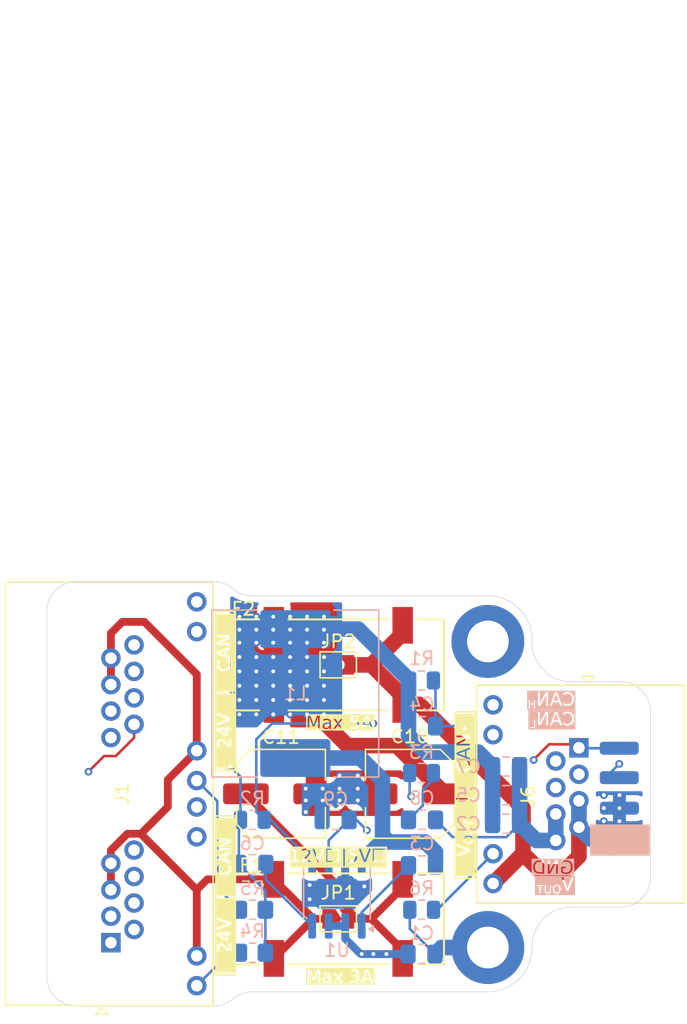
<source format=kicad_pcb>
(kicad_pcb (version 20240108) (generator "pcbnew") (generator_version "8.0")
  (layers (0 "F.Cu" signal) (1 "In1.Cu" signal) (2 "In2.Cu" signal) (31 "B.Cu" signal) (34 "B.Paste" user) (35 "F.Paste" user) (36 "B.SilkS" user "B.Silkscreen") (37 "F.SilkS" user "F.Silkscreen") (38 "B.Mask" user) (39 "F.Mask" user) (44 "Edge.Cuts" user))
  (net 0 "")
  (net 1 "GND")
  (net 2 "Net-(JP1-B)")
  (net 3 "Net-(JP2-A)")
  (net 4 "Net-(U1-FB)")
  (net 5 "Net-(U1-SW)")
  (net 6 "Net-(U1-BST)")
  (net 7 "Net-(U1-SS)")
  (net 8 "Net-(C8-Pad2)")
  (net 9 "Net-(U1-COMB)")
  (net 10 "+24V")
  (net 11 "+V_{out}")
  (net 14 "Net-(J1-G_L--Pad2_9)")
  (net 15 "/CANH")
  (net 16 "Net-(J1-G_L--Pad1_9)")
  (net 17 "/CANL")
  (net 26 "Net-(J6-Y_L-)")
  (footprint "MountingHole:MountingHole_3.2mm_M3_DIN965_Pad_TopBottom" (layer "F.Cu") (at 59.5 25.6)
    (property "Reference" "H2" (hide yes))
    (property "Value" "MountingHole_Pad")
    (pad "1" thru_hole circle (at 0 0) (size 3.6 3.6) (drill 3.2) (layers "*.Cu" "*.Mask") (net 1 "GND"))
    (pad "1" connect circle (at 0 0) (size 5.6 5.6) (layers "F.Cu" "F.Mask") (net 1 "GND"))
    (pad "1" connect circle (at 0 0) (size 5.6 5.6) (layers "B.Cu" "B.Mask") (net 1 "GND"))
  )
  (footprint "Capacitor_SMD:CP_Elec_6.3x7.7" (layer "F.Cu") (at 43.6 37.3)
    (property "Reference" "C11" (at 0 -4.35 0) (layer "F.SilkS"))
    (property "Value" "100uF (Opt)")
    (pad "1" smd roundrect (at -2.7 0) (size 3.5 1.6) (layers "F.Cu" "F.Paste" "F.Mask") (roundrect_rratio 0.15625) (net 2 "Net-(JP1-B)"))
    (pad "2" smd roundrect (at 2.7 0) (size 3.5 1.6) (layers "F.Cu" "F.Paste" "F.Mask") (roundrect_rratio 0.15625) (net 1 "GND"))
  )
  (footprint "Jumper:SolderJumper-2_P1.3mm_Open_TrianglePad1.0x1.5mm" (layer "F.Cu") (at 48 46.9)
    (property "Reference" "JP1" (at 0 -2 0) (layer "F.SilkS"))
    (property "Value" "SolderJumper_2_Open")
    (pad "1" smd custom (at -0.725 0) (size 0.3 0.3) (layers "F.Cu" "F.Mask") (net 10 "+24V") (options (clearance outline) (anchor rect)) (primitives (gr_poly (pts (xy 1 0) (xy 0.5 0.75) (xy -0.5 0.75) (xy -0.5 -0.75) (xy 0.5 -0.75)) (width 0) (fill yes))))
    (pad "2" smd custom (at 0.725 0) (size 0.3 0.3) (layers "F.Cu" "F.Mask") (net 2 "Net-(JP1-B)") (options (clearance outline) (anchor rect)) (primitives (gr_poly (pts (xy 0.5 0.75) (xy -0.65 0.75) (xy -0.15 0) (xy -0.65 -0.75) (xy 0.5 -0.75)) (width 0) (fill yes))))
  )
  (footprint "Jumper:SolderJumper-2_P1.3mm_Open_TrianglePad1.0x1.5mm" (layer "F.Cu") (at 48 27.4)
    (property "Reference" "JP2" (at 0 -1.8 0) (layer "F.SilkS"))
    (property "Value" "SolderJumper_2_Open")
    (pad "1" smd custom (at -0.725 0) (size 0.3 0.3) (layers "F.Cu" "F.Mask") (net 3 "Net-(JP2-A)") (options (clearance outline) (anchor rect)) (primitives (gr_poly (pts (xy 1 0) (xy 0.5 0.75) (xy -0.5 0.75) (xy -0.5 -0.75) (xy 0.5 -0.75)) (width 0) (fill yes))))
    (pad "2" smd custom (at 0.725 0) (size 0.3 0.3) (layers "F.Cu" "F.Mask") (net 11 "+V_{out}") (options (clearance outline) (anchor rect)) (primitives (gr_poly (pts (xy 0.5 0.75) (xy -0.65 0.75) (xy -0.15 0) (xy -0.65 -0.75) (xy 0.5 -0.75)) (width 0) (fill yes))))
  )
  (footprint "RoverFootprint:ETH-RJHSE5081" (layer "F.Cu") (at 66.5 33.7675 -90)
    (property "Reference" "J6" (at 3.7325 3.9 90) (layer "F.SilkS"))
    (property "Value" "ETH-RJHSE5081" (hide yes))
    (pad "" np_thru_hole circle (at -2.79 -2.54 270) (size 3.25 3.25) (drill 3.25) (layers "*.Cu" "*.Mask"))
    (pad "" np_thru_hole circle (at 9.91 -2.54 270) (size 3.25 3.25) (drill 3.25) (layers "*.Cu" "*.Mask"))
    (pad "1" thru_hole rect (at 0 0 270) (size 1.5 1.5) (drill 0.89) (layers "*.Cu" "*.Mask") (net 15 "/CANH"))
    (pad "2" thru_hole circle (at 1.016 1.78 270) (size 1.5 1.5) (drill 0.89) (layers "*.Cu" "*.Mask") (net 17 "/CANL"))
    (pad "3" thru_hole circle (at 2.032 0 270) (size 1.5 1.5) (drill 0.89) (layers "*.Cu" "*.Mask"))
    (pad "4" thru_hole circle (at 3.048 1.78 270) (size 1.5 1.5) (drill 0.89) (layers "*.Cu" "*.Mask"))
    (pad "5" thru_hole circle (at 4.064 0 270) (size 1.5 1.5) (drill 0.89) (layers "*.Cu" "*.Mask") (net 11 "+V_{out}"))
    (pad "6" thru_hole circle (at 5.08 1.78 270) (size 1.5 1.5) (drill 0.89) (layers "*.Cu" "*.Mask") (net 1 "GND"))
    (pad "7" thru_hole circle (at 6.096 0 270) (size 1.5 1.5) (drill 0.89) (layers "*.Cu" "*.Mask") (net 11 "+V_{out}"))
    (pad "8" thru_hole circle (at 7.112 1.78 270) (size 1.5 1.5) (drill 0.89) (layers "*.Cu" "*.Mask") (net 1 "GND"))
    (pad "9" thru_hole circle (at -3.3 6.6 270) (size 1.5 1.5) (drill 0.89) (layers "*.Cu" "*.Mask"))
    (pad "10" thru_hole circle (at -1.01 6.6 270) (size 1.5 1.5) (drill 0.89) (layers "*.Cu" "*.Mask"))
    (pad "11" thru_hole circle (at 8.13 6.6 270) (size 1.5 1.5) (drill 0.89) (layers "*.Cu" "*.Mask") (net 26 "Net-(J6-Y_L-)"))
    (pad "12" thru_hole circle (at 10.42 6.6 270) (size 1.5 1.5) (drill 0.89) (layers "*.Cu" "*.Mask") (net 11 "+V_{out}"))
  )
  (footprint "MountingHole:MountingHole_3.2mm_M3_DIN965_Pad_TopBottom" (layer "F.Cu") (at 59.5 49.1)
    (property "Reference" "H1" (hide yes))
    (property "Value" "MountingHole_Pad")
    (pad "1" thru_hole circle (at 0 0) (size 3.6 3.6) (drill 3.2) (layers "*.Cu" "*.Mask") (net 1 "GND"))
    (pad "1" connect circle (at 0 0) (size 5.6 5.6) (layers "F.Cu" "F.Mask") (net 1 "GND"))
    (pad "1" connect circle (at 0 0) (size 5.6 5.6) (layers "B.Cu" "B.Mask") (net 1 "GND"))
  )
  (footprint "RoverFootprint:FuseHolder-3588-20" (layer "F.Cu") (at 48 46.9)
    (property "Reference" "F1" (at -6.7 -4.1 0) (layer "F.SilkS"))
    (property "Value" "3A" (hide yes))
    (pad "1" smd rect (at -4.953 -3.0353) (size 1.5748 2.8194) (layers "F.Cu" "F.Paste" "F.Mask") (net 10 "+24V"))
    (pad "1" smd rect (at -4.953 3.0353) (size 1.5748 2.8194) (layers "F.Cu" "F.Paste" "F.Mask") (net 10 "+24V"))
    (pad "2" smd rect (at 4.953 -3.0353) (size 1.5748 2.8194) (layers "F.Cu" "F.Paste" "F.Mask") (net 2 "Net-(JP1-B)"))
    (pad "2" smd rect (at 4.953 3.0353) (size 1.5748 2.8194) (layers "F.Cu" "F.Paste" "F.Mask") (net 2 "Net-(JP1-B)"))
  )
  (footprint "RoverFootprint:ETH-RJHSE508102" (layer "F.Cu") (at 22.525 37.3 90)
    (property "Reference" "J1" (at 0 8.875 -90) (layer "F.SilkS"))
    (property "Value" "ETH-RJHSE508102")
    (pad "" np_thru_hole circle (at -14.22 5.46 90) (size 3.25 3.25) (drill 3.25) (layers "*.Cu" "*.Mask"))
    (pad "" np_thru_hole circle (at 14.23 5.46 90) (size 3.25 3.25) (drill 3.25) (layers "*.Cu" "*.Mask"))
    (pad "1_1" thru_hole rect (at -11.43 8 90) (size 1.5 1.5) (drill 0.89) (layers "*.Cu" "*.Mask") (net 15 "/CANH"))
    (pad "1_2" thru_hole circle (at -10.414 9.78 90) (size 1.5 1.5) (drill 0.89) (layers "*.Cu" "*.Mask") (net 17 "/CANL"))
    (pad "1_3" thru_hole circle (at -9.398 8 90) (size 1.5 1.5) (drill 0.89) (layers "*.Cu" "*.Mask"))
    (pad "1_4" thru_hole circle (at -8.382 9.78 90) (size 1.5 1.5) (drill 0.89) (layers "*.Cu" "*.Mask"))
    (pad "1_5" thru_hole circle (at -7.366 8 90) (size 1.5 1.5) (drill 0.89) (layers "*.Cu" "*.Mask") (net 10 "+24V"))
    (pad "1_6" thru_hole circle (at -6.35 9.78 90) (size 1.5 1.5) (drill 0.89) (layers "*.Cu" "*.Mask") (net 1 "GND"))
    (pad "1_7" thru_hole circle (at -5.334 8 90) (size 1.5 1.5) (drill 0.89) (layers "*.Cu" "*.Mask") (net 10 "+24V"))
    (pad "1_8" thru_hole circle (at -4.318 9.78 90) (size 1.5 1.5) (drill 0.89) (layers "*.Cu" "*.Mask") (net 1 "GND"))
    (pad "1_9" thru_hole circle (at -14.73 14.6 90) (size 1.5 1.5) (drill 0.89) (layers "*.Cu" "*.Mask") (net 16 "Net-(J1-G_L--Pad1_9)"))
    (pad "1_10" thru_hole circle (at -12.44 14.6 90) (size 1.5 1.5) (drill 0.89) (layers "*.Cu" "*.Mask") (net 10 "+24V"))
    (pad "1_11" thru_hole circle (at -3.3 14.6 90) (size 1.5 1.5) (drill 0.89) (layers "*.Cu" "*.Mask"))
    (pad "1_12" thru_hole circle (at -1.01 14.6 90) (size 1.5 1.5) (drill 0.89) (layers "*.Cu" "*.Mask"))
    (pad "2_1" thru_hole circle (at 4.32 8 90) (size 1.5 1.5) (drill 0.89) (layers "*.Cu" "*.Mask") (net 15 "/CANH"))
    (pad "2_2" thru_hole circle (at 5.336 9.78 90) (size 1.5 1.5) (drill 0.89) (layers "*.Cu" "*.Mask") (net 17 "/CANL"))
    (pad "2_3" thru_hole circle (at 6.352 8 90) (size 1.5 1.5) (drill 0.89) (layers "*.Cu" "*.Mask"))
    (pad "2_4" thru_hole circle (at 7.368 9.78 90) (size 1.5 1.5) (drill 0.89) (layers "*.Cu" "*.Mask"))
    (pad "2_5" thru_hole circle (at 8.384 8 90) (size 1.5 1.5) (drill 0.89) (layers "*.Cu" "*.Mask") (net 10 "+24V"))
    (pad "2_6" thru_hole circle (at 9.4 9.78 90) (size 1.5 1.5) (drill 0.89) (layers "*.Cu" "*.Mask") (net 1 "GND"))
    (pad "2_7" thru_hole circle (at 10.416 8 90) (size 1.5 1.5) (drill 0.89) (layers "*.Cu" "*.Mask") (net 10 "+24V"))
    (pad "2_8" thru_hole circle (at 11.432 9.78 90) (size 1.5 1.5) (drill 0.89) (layers "*.Cu" "*.Mask") (net 1 "GND"))
    (pad "2_9" thru_hole circle (at 1.02 14.6 90) (size 1.5 1.5) (drill 0.89) (layers "*.Cu" "*.Mask") (net 14 "Net-(J1-G_L--Pad2_9)"))
    (pad "2_10" thru_hole circle (at 3.31 14.6 90) (size 1.5 1.5) (drill 0.89) (layers "*.Cu" "*.Mask") (net 10 "+24V"))
    (pad "2_11" thru_hole circle (at 12.45 14.6 90) (size 1.5 1.5) (drill 0.89) (layers "*.Cu" "*.Mask"))
    (pad "2_12" thru_hole circle (at 14.74 14.6 90) (size 1.5 1.5) (drill 0.89) (layers "*.Cu" "*.Mask"))
  )
  (footprint "Capacitor_SMD:CP_Elec_6.3x7.7" (layer "F.Cu") (at 53.5 37.3 180)
    (property "Reference" "C10" (at 0 4.4 0) (layer "F.SilkS"))
    (property "Value" "100uF")
    (pad "1" smd roundrect (at -2.7 0 180) (size 3.5 1.6) (layers "F.Cu" "F.Paste" "F.Mask") (roundrect_rratio 0.15625) (net 3 "Net-(JP2-A)"))
    (pad "2" smd roundrect (at 2.7 0 180) (size 3.5 1.6) (layers "F.Cu" "F.Paste" "F.Mask") (roundrect_rratio 0.15625) (net 1 "GND"))
  )
  (footprint "RoverFootprint:FuseHolder-3588-20" (layer "F.Cu") (at 48 27.4)
    (property "Reference" "F2" (at -7.3 -4.3 0) (layer "F.SilkS"))
    (property "Value" "5A" (hide yes))
    (pad "1" smd rect (at -4.953 -3.0353) (size 1.5748 2.8194) (layers "F.Cu" "F.Paste" "F.Mask") (net 3 "Net-(JP2-A)"))
    (pad "1" smd rect (at -4.953 3.0353) (size 1.5748 2.8194) (layers "F.Cu" "F.Paste" "F.Mask") (net 3 "Net-(JP2-A)"))
    (pad "2" smd rect (at 4.953 -3.0353) (size 1.5748 2.8194) (layers "F.Cu" "F.Paste" "F.Mask") (net 11 "+V_{out}"))
    (pad "2" smd rect (at 4.953 3.0353) (size 1.5748 2.8194) (layers "F.Cu" "F.Paste" "F.Mask") (net 11 "+V_{out}"))
  )
  (footprint "Resistor_SMD:R_0805_2012Metric_Pad1.20x1.40mm_HandSolder" (layer "B.Cu") (at 41.4 46.2 180)
    (property "Reference" "R5" (at 0 1.65 0) (layer "B.SilkS") (effects (justify mirror)))
    (property "Value" "5.1k")
    (pad "1" smd roundrect (at -1 0 180) (size 1.2 1.4) (layers "B.Cu" "B.Paste" "B.Mask") (roundrect_rratio 0.208333) (net 1 "GND"))
    (pad "2" smd roundrect (at 1 0 180) (size 1.2 1.4) (layers "B.Cu" "B.Paste" "B.Mask") (roundrect_rratio 0.208333) (net 14 "Net-(J1-G_L--Pad2_9)"))
  )
  (footprint "Capacitor_SMD:C_0805_2012Metric_Pad1.18x1.45mm_HandSolder" (layer "B.Cu") (at 60.9 35.2 180)
    (property "Reference" "C7" (at 2.9 0 0) (layer "B.SilkS") (effects (justify mirror)))
    (property "Value" "22uF")
    (pad "1" smd roundrect (at -1.0375 0 180) (size 1.175 1.45) (layers "B.Cu" "B.Paste" "B.Mask") (roundrect_rratio 0.212766) (net 1 "GND"))
    (pad "2" smd roundrect (at 1.0375 0 180) (size 1.175 1.45) (layers "B.Cu" "B.Paste" "B.Mask") (roundrect_rratio 0.212766) (net 3 "Net-(JP2-A)"))
  )
  (footprint "Capacitor_SMD:C_0805_2012Metric_Pad1.18x1.45mm_HandSolder" (layer "B.Cu") (at 47.8 39.3)
    (property "Reference" "C9" (at 0 -1.6 0) (layer "B.SilkS") (effects (justify mirror)))
    (property "Value" "(Opt)")
    (pad "1" smd roundrect (at -1.0375 0) (size 1.175 1.45) (layers "B.Cu" "B.Paste" "B.Mask") (roundrect_rratio 0.212766) (net 1 "GND"))
    (pad "2" smd roundrect (at 1.0375 0) (size 1.175 1.45) (layers "B.Cu" "B.Paste" "B.Mask") (roundrect_rratio 0.212766) (net 9 "Net-(U1-COMB)"))
  )
  (footprint "Capacitor_SMD:C_0805_2012Metric_Pad1.18x1.45mm_HandSolder" (layer "B.Cu") (at 54.4 49.6 180)
    (property "Reference" "C1" (at 0 1.6 0) (layer "B.SilkS") (effects (justify mirror)))
    (property "Value" "10uF")
    (pad "1" smd roundrect (at -1.0375 0 180) (size 1.175 1.45) (layers "B.Cu" "B.Paste" "B.Mask") (roundrect_rratio 0.212766) (net 1 "GND"))
    (pad "2" smd roundrect (at 1.0375 0 180) (size 1.175 1.45) (layers "B.Cu" "B.Paste" "B.Mask") (roundrect_rratio 0.212766) (net 2 "Net-(JP1-B)"))
  )
  (footprint "RoverFootprint:Pad_SMD_1x3mm" (layer "B.Cu") (at 70.1 33.8 90)
    (property "Reference" "J3" (hide yes))
    (property "Value" "Conn_01x01_Pin")
    (pad "1" smd roundrect (at 0 -0.5 90) (size 1 3) (layers "B.Cu" "B.Paste" "B.Mask") (net 15 "/CANH"))
  )
  (footprint "Resistor_SMD:R_0805_2012Metric" (layer "B.Cu") (at 54.4 28.6)
    (property "Reference" "R1" (at 0.0125 -1.7 0) (layer "B.SilkS") (effects (justify mirror)))
    (property "Value" "~")
    (pad "1" smd roundrect (at -0.9125 0) (size 1.025 1.4) (layers "B.Cu" "B.Paste" "B.Mask") (roundrect_rratio 0.243902) (net 3 "Net-(JP2-A)"))
    (pad "2" smd roundrect (at 0.9125 0) (size 1.025 1.4) (layers "B.Cu" "B.Paste" "B.Mask") (roundrect_rratio 0.243902) (net 4 "Net-(U1-FB)"))
  )
  (footprint "Capacitor_SMD:C_0805_2012Metric_Pad1.18x1.45mm_HandSolder" (layer "B.Cu") (at 60.9 37.4 180)
    (property "Reference" "C5" (at 2.9 0 0) (layer "B.SilkS") (effects (justify mirror)))
    (property "Value" "22uF")
    (pad "1" smd roundrect (at -1.0375 0 180) (size 1.175 1.45) (layers "B.Cu" "B.Paste" "B.Mask") (roundrect_rratio 0.212766) (net 1 "GND"))
    (pad "2" smd roundrect (at 1.0375 0 180) (size 1.175 1.45) (layers "B.Cu" "B.Paste" "B.Mask") (roundrect_rratio 0.212766) (net 3 "Net-(JP2-A)"))
  )
  (footprint "RoverFootprint:Pad_SMD_1x3mm" (layer "B.Cu") (at 70.115 38.4 90)
    (property "Reference" "J5" (hide yes))
    (property "Value" "Conn_01x01_Pin")
    (pad "1" smd roundrect (at 0 -0.5 90) (size 1 3) (layers "B.Cu" "B.Paste" "B.Mask") (net 1 "GND"))
  )
  (footprint "Capacitor_SMD:C_0805_2012Metric_Pad1.18x1.45mm_HandSolder" (layer "B.Cu") (at 60.9 39.6 180)
    (property "Reference" "C2" (at 2.9 0 0) (layer "B.SilkS") (effects (justify mirror)))
    (property "Value" "22uF")
    (pad "1" smd roundrect (at -1.0375 0 180) (size 1.175 1.45) (layers "B.Cu" "B.Paste" "B.Mask") (roundrect_rratio 0.212766) (net 1 "GND"))
    (pad "2" smd roundrect (at 1.0375 0 180) (size 1.175 1.45) (layers "B.Cu" "B.Paste" "B.Mask") (roundrect_rratio 0.212766) (net 3 "Net-(JP2-A)"))
  )
  (footprint "Capacitor_SMD:C_0805_2012Metric_Pad1.18x1.45mm_HandSolder" (layer "B.Cu") (at 54.4375 42.8 180)
    (property "Reference" "C3" (at 0 1.68 0) (layer "B.SilkS") (effects (justify mirror)))
    (property "Value" "100nF")
    (pad "1" smd roundrect (at -1.0375 0 180) (size 1.175 1.45) (layers "B.Cu" "B.Paste" "B.Mask") (roundrect_rratio 0.212766) (net 5 "Net-(U1-SW)"))
    (pad "2" smd roundrect (at 1.0375 0 180) (size 1.175 1.45) (layers "B.Cu" "B.Paste" "B.Mask") (roundrect_rratio 0.212766) (net 6 "Net-(U1-BST)"))
  )
  (footprint "Inductor_SMD:L_SXN_SMDRI125" (layer "B.Cu") (at 44.7 29.6 90)
    (property "Reference" "L1" (at 0 0 180) (layer "B.SilkS") (effects (justify mirror)))
    (property "Value" "~")
    (pad "1" smd roundrect (at -4.95 0 90) (size 2.9 5.4) (layers "B.Cu" "B.Paste" "B.Mask") (roundrect_rratio 0.086207) (net 5 "Net-(U1-SW)"))
    (pad "2" smd roundrect (at 4.95 0 90) (size 2.9 5.4) (layers "B.Cu" "B.Paste" "B.Mask") (roundrect_rratio 0.086207) (net 3 "Net-(JP2-A)"))
  )
  (footprint "RoverFootprint:Pad_SMD_1x3mm" (layer "B.Cu") (at 70.1 40.78 90)
    (property "Reference" "J2" (hide yes))
    (property "Value" "Conn_01x01_Pin")
    (pad "1" smd roundrect (at 0 -0.5 90) (size 1 3) (layers "B.Cu" "B.Paste" "B.Mask") (net 11 "+V_{out}"))
  )
  (footprint "Capacitor_SMD:C_0805_2012Metric_Pad1.18x1.45mm_HandSolder" (layer "B.Cu") (at 41.4 42.7)
    (property "Reference" "C6" (at 0 -1.6 0) (layer "B.SilkS") (effects (justify mirror)))
    (property "Value" "10uF")
    (pad "1" smd roundrect (at -1.0375 0) (size 1.175 1.45) (layers "B.Cu" "B.Paste" "B.Mask") (roundrect_rratio 0.212766) (net 1 "GND"))
    (pad "2" smd roundrect (at 1.0375 0) (size 1.175 1.45) (layers "B.Cu" "B.Paste" "B.Mask") (roundrect_rratio 0.212766) (net 7 "Net-(U1-SS)"))
  )
  (footprint "Resistor_SMD:R_0805_2012Metric" (layer "B.Cu") (at 41.4 39.3 180)
    (property "Reference" "R2" (at 0 1.65 0) (layer "B.SilkS") (effects (justify mirror)))
    (property "Value" "22.1k")
    (pad "1" smd roundrect (at -0.9125 0 180) (size 1.025 1.4) (layers "B.Cu" "B.Paste" "B.Mask") (roundrect_rratio 0.243902) (net 4 "Net-(U1-FB)"))
    (pad "2" smd roundrect (at 0.9125 0 180) (size 1.025 1.4) (layers "B.Cu" "B.Paste" "B.Mask") (roundrect_rratio 0.243902) (net 1 "GND"))
  )
  (footprint "Package_SO:SOIC-8-1EP_3.9x4.9mm_P1.27mm_EP2.29x3mm" (layer "B.Cu") (at 47.9 44.97 90)
    (property "Reference" "U1" (at -4.33 0 180) (layer "B.SilkS") (effects (justify mirror)))
    (property "Value" "DC_DC-AP64501")
    (pad "1" smd roundrect (at -2.475 1.905 90) (size 1.95 0.6) (layers "B.Cu" "B.Paste" "B.Mask") (net 6 "Net-(U1-BST)"))
    (pad "2" smd roundrect (at -2.475 0.635 90) (size 1.95 0.6) (layers "B.Cu" "B.Paste" "B.Mask") (net 2 "Net-(JP1-B)"))
    (pad "3" smd roundrect (at -2.475 -0.635 90) (size 1.95 0.6) (layers "B.Cu" "B.Paste" "B.Mask") (net 2 "Net-(JP1-B)"))
    (pad "4" smd roundrect (at -2.475 -1.905 90) (size 1.95 0.6) (layers "B.Cu" "B.Paste" "B.Mask") (net 7 "Net-(U1-SS)"))
    (pad "5" smd roundrect (at 2.475 -1.905 90) (size 1.95 0.6) (layers "B.Cu" "B.Paste" "B.Mask") (net 4 "Net-(U1-FB)"))
    (pad "6" smd roundrect (at 2.475 -0.635 90) (size 1.95 0.6) (layers "B.Cu" "B.Paste" "B.Mask") (net 9 "Net-(U1-COMB)"))
    (pad "7" smd roundrect (at 2.475 0.635 90) (size 1.95 0.6) (layers "B.Cu" "B.Paste" "B.Mask") (net 1 "GND"))
    (pad "8" smd roundrect (at 2.475 1.905 90) (size 1.95 0.6) (layers "B.Cu" "B.Paste" "B.Mask") (net 5 "Net-(U1-SW)"))
    (pad "9" smd rect (at 0 0 90) (size 2.29 3) (property pad_prop_heatsink) (layers "B.Cu" "B.Mask") (net 1 "GND"))
  )
  (footprint "Capacitor_SMD:C_0805_2012Metric_Pad1.18x1.45mm_HandSolder" (layer "B.Cu") (at 54.4375 39.3 180)
    (property "Reference" "C8" (at 0 1.68 0) (layer "B.SilkS") (effects (justify mirror)))
    (property "Value" "2.7nF")
    (pad "1" smd roundrect (at -1.0375 0 180) (size 1.175 1.45) (layers "B.Cu" "B.Paste" "B.Mask") (roundrect_rratio 0.212766) (net 1 "GND"))
    (pad "2" smd roundrect (at 1.0375 0 180) (size 1.175 1.45) (layers "B.Cu" "B.Paste" "B.Mask") (roundrect_rratio 0.212766) (net 8 "Net-(C8-Pad2)"))
  )
  (footprint "Resistor_SMD:R_0805_2012Metric" (layer "B.Cu") (at 54.4125 46.2 180)
    (property "Reference" "R6" (at 0 1.65 0) (layer "B.SilkS") (effects (justify mirror)))
    (property "Value" "22.1k")
    (pad "1" smd roundrect (at -0.9125 0 180) (size 1.025 1.4) (layers "B.Cu" "B.Paste" "B.Mask") (roundrect_rratio 0.243902) (net 26 "Net-(J6-Y_L-)"))
    (pad "2" smd roundrect (at 0.9125 0 180) (size 1.025 1.4) (layers "B.Cu" "B.Paste" "B.Mask") (roundrect_rratio 0.243902) (net 1 "GND"))
  )
  (footprint "Resistor_SMD:R_0805_2012Metric" (layer "B.Cu") (at 54.4 35.7)
    (property "Reference" "R3" (at 0 -1.6 180) (layer "B.SilkS") (effects (justify mirror)))
    (property "Value" "~")
    (pad "1" smd roundrect (at -0.9125 0) (size 1.025 1.4) (layers "B.Cu" "B.Paste" "B.Mask") (roundrect_rratio 0.243902) (net 9 "Net-(U1-COMB)"))
    (pad "2" smd roundrect (at 0.9125 0) (size 1.025 1.4) (layers "B.Cu" "B.Paste" "B.Mask") (roundrect_rratio 0.243902) (net 8 "Net-(C8-Pad2)"))
  )
  (footprint "Resistor_SMD:R_0805_2012Metric_Pad1.20x1.40mm_HandSolder" (layer "B.Cu") (at 41.4 49.5 180)
    (property "Reference" "R4" (at 0 1.65 0) (layer "B.SilkS") (effects (justify mirror)))
    (property "Value" "5.1k")
    (pad "1" smd roundrect (at -1 0 180) (size 1.2 1.4) (layers "B.Cu" "B.Paste" "B.Mask") (roundrect_rratio 0.208333) (net 1 "GND"))
    (pad "2" smd roundrect (at 1 0 180) (size 1.2 1.4) (layers "B.Cu" "B.Paste" "B.Mask") (roundrect_rratio 0.208333) (net 16 "Net-(J1-G_L--Pad1_9)"))
  )
  (footprint "Capacitor_SMD:C_0805_2012Metric_Pad1.18x1.45mm_HandSolder" (layer "B.Cu") (at 54.4375 32.1 180)
    (property "Reference" "C4" (at 0 1.68 0) (layer "B.SilkS") (effects (justify mirror)))
    (property "Value" "OPEN")
    (pad "1" smd roundrect (at -1.0375 0 180) (size 1.175 1.45) (layers "B.Cu" "B.Paste" "B.Mask") (roundrect_rratio 0.212766) (net 4 "Net-(U1-FB)"))
    (pad "2" smd roundrect (at 1.0375 0 180) (size 1.175 1.45) (layers "B.Cu" "B.Paste" "B.Mask") (roundrect_rratio 0.212766) (net 3 "Net-(JP2-A)"))
  )
  (footprint "RoverFootprint:Pad_SMD_1x3mm" (layer "B.Cu") (at 70.1 36.06 90)
    (property "Reference" "J4" (hide yes))
    (property "Value" "Conn_01x01_Pin")
    (pad "1" smd roundrect (at 0 -0.5 90) (size 1 3) (layers "B.Cu" "B.Paste" "B.Mask") (net 17 "/CANL"))
  )
  (gr_rect (start 67.4 39.7) (end 71.9 42) (stroke (width 0.1)) (fill solid) (layer "B.SilkS"))
  (gr_arc (start 62.9 49.1) (mid 61.904163 51.504163) (end 59.5 52.5) (stroke (width 0.05)) (layer "Edge.Cuts"))
  (gr_line (start 27.9 21) (end 38.4 21) (stroke (width 0.05)) (layer "Edge.Cuts"))
  (gr_line (start 25.6 51.3) (end 25.6 23.3) (stroke (width 0.05)) (layer "Edge.Cuts"))
  (gr_line (start 62.9 25.5) (end 62.9 25.7) (stroke (width 0.05)) (layer "Edge.Cuts"))
  (gr_line (start 72 31) (end 72 43.7) (stroke (width 0.05)) (layer "Edge.Cuts"))
  (gr_arc (start 62.9 49) (mid 63.77868 46.87868) (end 65.9 46) (stroke (width 0.05)) (layer "Edge.Cuts"))
  (gr_arc (start 59.5 22.1) (mid 61.904163 23.095837) (end 62.9 25.5) (stroke (width 0.05)) (layer "Edge.Cuts"))
  (gr_arc (start 38.4 21) (mid 39.118072 21.114966) (end 39.764358 21.448372) (stroke (width 0.05)) (layer "Edge.Cuts"))
  (gr_arc (start 69.7 28.7) (mid 71.326346 29.373654) (end 72 31) (stroke (width 0.05)) (layer "Edge.Cuts"))
  (gr_arc (start 25.6 23.3) (mid 26.273654 21.673654) (end 27.9 21) (stroke (width 0.05)) (layer "Edge.Cuts"))
  (gr_arc (start 39.764358 53.151628) (mid 39.118072 53.485034) (end 38.4 53.6) (stroke (width 0.05)) (layer "Edge.Cuts"))
  (gr_line (start 41.4 22.1) (end 59.5 22.1) (stroke (width 0.05)) (layer "Edge.Cuts"))
  (gr_line (start 39.764358 21.448372) (end 39.987937 21.61551) (stroke (width 0.05)) (layer "Edge.Cuts"))
  (gr_arc (start 41.4 22.1) (mid 40.653566 21.975509) (end 39.987937 21.61551) (stroke (width 0.05)) (layer "Edge.Cuts"))
  (gr_arc (start 65.9 28.7) (mid 63.77868 27.82132) (end 62.9 25.7) (stroke (width 0.05)) (layer "Edge.Cuts"))
  (gr_line (start 65.9 46) (end 69.7 46) (stroke (width 0.05)) (layer "Edge.Cuts"))
  (gr_arc (start 39.987937 52.98449) (mid 40.653566 52.624492) (end 41.4 52.5) (stroke (width 0.05)) (layer "Edge.Cuts"))
  (gr_arc (start 72 43.7) (mid 71.326346 45.326346) (end 69.7 46) (stroke (width 0.05)) (layer "Edge.Cuts"))
  (gr_line (start 41.4 52.5) (end 59.5 52.5) (stroke (width 0.05)) (layer "Edge.Cuts"))
  (gr_line (start 39.764358 53.151628) (end 39.987937 52.98449) (stroke (width 0.05)) (layer "Edge.Cuts"))
  (gr_arc (start 27.9 53.6) (mid 26.273654 52.926346) (end 25.6 51.3) (stroke (width 0.05)) (layer "Edge.Cuts"))
  (gr_line (start 27.9 53.6) (end 38.4 53.6) (stroke (width 0.05)) (layer "Edge.Cuts"))
  (gr_line (start 65.9 28.7) (end 69.7 28.7) (stroke (width 0.05)) (layer "Edge.Cuts"))
  (gr_line (start 62.9 49) (end 62.9 49.1) (stroke (width 0.05)) (layer "Edge.Cuts"))
  (gr_text "GND" (at 66.1 43.6 0) (layer "B.SilkS" knockout) (effects (font (size 1 1) (thickness 0.1)) (justify left bottom mirror)))
  (gr_text "V_{OUT}" (at 66.1 44.9 0) (layer "B.SilkS" knockout) (effects (font (size 1 1) (thickness 0.1)) (justify left bottom mirror)))
  (gr_text "CAN_{L}" (at 66.2 32.2 0) (layer "B.SilkS" knockout) (effects (font (size 1 1) (thickness 0.1)) (justify left bottom mirror)))
  (gr_text "CAN_{H}" (at 66.2 30.7 0) (layer "B.SilkS" knockout) (effects (font (size 1 1) (thickness 0.1)) (justify left bottom mirror)))
  (gr_text "Max 5A" (at 48.1 31.9 0) (layer "F.SilkS" knockout) (effects (font (size 1 1) (thickness 0.1))))
  (gr_text "|   24V   |   CAN   |" (at 39.3 29.4 90) (layer "F.SilkS" knockout) (effects (font (size 1 1) (thickness 0.1))))
  (gr_text "|   V_{OUT}   |    CAN   |" (at 57.7 37.4 90) (layer "F.SilkS" knockout) (effects (font (size 1 1) (thickness 0.1))))
  (gr_text "|   24V   |   CAN   |" (at 39.3 45.1 90) (layer "F.SilkS" knockout) (effects (font (size 1 1) (thickness 0.1))))
  (gr_text "12V☐|5V☐" (at 48 42.7 0) (layer "F.SilkS" knockout) (effects (font (size 1 1) (thickness 0.1)) (justify bottom)))
  (gr_text "Max 3A" (at 48.1 51.4 0) (layer "F.SilkS" knockout) (effects (font (size 1 1) (thickness 0.1))))
  (via (at 49.5 37.8) (size 0.6) (drill 0.3) (layers "F.Cu" "B.Cu") (net 1))
  (via (at 68.415 39.4) (size 0.6) (drill 0.3) (layers "F.Cu" "B.Cu") (net 1))
  (via (at 69.615 38.4) (size 0.6) (drill 0.3) (layers "F.Cu" "B.Cu") (net 1))
  (via (at 45.8 45.4) (size 0.6) (drill 0.3) (layers "F.Cu" "B.Cu") (net 1))
  (via (at 45.5 36.9) (size 0.6) (drill 0.3) (layers "F.Cu" "B.Cu") (net 1))
  (via (at 68.415 38.4) (size 0.6) (drill 0.3) (layers "F.Cu" "B.Cu") (net 1))
  (via (at 48.1 37.8) (size 0.6) (drill 0.3) (layers "F.Cu" "B.Cu") (net 1))
  (via (at 69.615 37.4) (size 0.6) (drill 0.3) (layers "F.Cu" "B.Cu") (net 1))
  (via (at 68.415 37.4) (size 0.6) (drill 0.3) (layers "F.Cu" "B.Cu") (net 1))
  (via (at 49.5 36.9) (size 0.6) (drill 0.3) (layers "F.Cu" "B.Cu") (net 1))
  (via (at 48.1 36.9) (size 0.6) (drill 0.3) (layers "F.Cu" "B.Cu") (net 1))
  (via (at 39.7 35.2) (size 0.6) (drill 0.3) (layers "F.Cu" "B.Cu") (net 1))
  (via (at 48.1 35.9) (size 0.6) (drill 0.3) (layers "F.Cu" "B.Cu") (net 1))
  (via (at 46.8 37.8) (size 0.6) (drill 0.3) (layers "F.Cu" "B.Cu") (net 1))
  (via (at 49.5 35.9) (size 0.6) (drill 0.3) (layers "F.Cu" "B.Cu") (net 1))
  (via (at 46.8 36.9) (size 0.6) (drill 0.3) (layers "F.Cu" "B.Cu") (net 1))
  (via (at 45.8 44.3) (size 0.6) (drill 0.3) (layers "F.Cu" "B.Cu") (net 1))
  (via (at 50 44.4) (size 0.6) (drill 0.3) (layers "F.Cu" "B.Cu") (net 1))
  (via (at 45.5 38.7) (size 0.6) (drill 0.3) (layers "F.Cu" "B.Cu") (net 1))
  (via (at 45.5 37.8) (size 0.6) (drill 0.3) (layers "F.Cu" "B.Cu") (net 1))
  (via (at 69.615 39.4) (size 0.6) (drill 0.3) (layers "F.Cu" "B.Cu") (net 1))
  (segment (start 42.4 49.5) (end 42.4 46.2) (width 0.2) (layer "B.Cu") (net 1))
  (segment (start 64.72 40.8795) (end 63.217 40.8795) (width 1.2) (layer "B.Cu") (net 1))
  (segment (start 64.72 40.8795) (end 64.72 38.8475) (width 1.2) (layer "B.Cu") (net 1))
  (segment (start 55.9375 49.1) (end 55.4375 49.6) (width 1.2) (layer "B.Cu") (net 1))
  (segment (start 53.5 47.6625) (end 55.4375 49.6) (width 0.2) (layer "B.Cu") (net 1))
  (segment (start 42.4 44.7375) (end 40.3625 42.7) (width 0.2) (layer "B.Cu") (net 1))
  (segment (start 48.535 44.335) (end 47.9 44.97) (width 0.6) (layer "B.Cu") (net 1))
  (segment (start 60.9125 40.625) (end 61.9375 39.6) (width 0.2) (layer "B.Cu") (net 1))
  (segment (start 40.4875 35.9875) (end 39.7 35.2) (width 0.2) (layer "B.Cu") (net 1))
  (segment (start 40.3625 42.7) (end 40.3625 39.425) (width 0.2) (layer "B.Cu") (net 1))
  (segment (start 42.4 46.2) (end 42.4 44.7375) (width 0.2) (layer "B.Cu") (net 1))
  (segment (start 40.4875 39.3) (end 40.4875 35.9875) (width 0.2) (layer "B.Cu") (net 1))
  (segment (start 61.9375 37.4) (end 61.9375 39.6) (width 1.2) (layer "B.Cu") (net 1))
  (segment (start 61.9375 35.2) (end 61.9375 37.4) (width 1.2) (layer "B.Cu") (net 1))
  (segment (start 59.5 49.1) (end 55.9375 49.1) (width 1.2) (layer "B.Cu") (net 1))
  (segment (start 63.217 40.8795) (end 61.9375 39.6) (width 1.2) (layer "B.Cu") (net 1))
  (segment (start 40.3625 39.425) (end 40.4875 39.3) (width 0.2) (layer "B.Cu") (net 1))
  (segment (start 56.8 40.625) (end 60.9125 40.625) (width 0.2) (layer "B.Cu") (net 1))
  (segment (start 48.535 42.495) (end 48.535 44.335) (width 0.6) (layer "B.Cu") (net 1))
  (segment (start 55.475 39.3) (end 56.8 40.625) (width 0.2) (layer "B.Cu") (net 1))
  (segment (start 53.5 46.2) (end 53.5 47.6625) (width 0.2) (layer "B.Cu") (net 1))
  (segment (start 50.54 46.9) (end 48.779903 46.9) (width 0.6) (layer "F.Cu") (net 2))
  (segment (start 52.953 44.487) (end 50.54 46.9) (width 0.6) (layer "F.Cu") (net 2))
  (segment (start 52.953 49.313) (end 52.953 49.9353) (width 0.6) (layer "F.Cu") (net 2))
  (segment (start 52.6177 49.6) (end 49.8 49.6) (width 0.6) (layer "F.Cu") (net 2))
  (segment (start 48.7 45.1) (end 40.9 37.3) (width 0.6) (layer "F.Cu") (net 2))
  (segment (start 49.4 46.9) (end 48.7 46.2) (width 0.6) (layer "F.Cu") (net 2))
  (segment (start 52.953 43.8647) (end 52.953 44.487) (width 0.6) (layer "F.Cu") (net 2))
  (segment (start 50.54 46.9) (end 52.953 49.313) (width 0.6) (layer "F.Cu") (net 2))
  (segment (start 48.7 46.2) (end 48.7 45.1) (width 0.6) (layer "F.Cu") (net 2))
  (segment (start 52.953 49.9353) (end 52.6177 49.6) (width 0.6) (layer "F.Cu") (net 2))
  (via (at 49.8 49.6) (size 0.6) (drill 0.3) (layers "F.Cu" "B.Cu") (net 2))
  (via (at 50.7 49.6) (size 0.6) (drill 0.3) (layers "F.Cu" "B.Cu") (net 2))
  (via (at 51.7 49.6) (size 0.6) (drill 0.3) (layers "F.Cu" "B.Cu") (net 2))
  (segment (start 53.3625 49.6) (end 51.7 49.6) (width 0.6) (layer "B.Cu") (net 2))
  (segment (start 49.715001 49.6) (end 48.535 48.419999) (width 0.6) (layer "B.Cu") (net 2))
  (segment (start 51.7 49.6) (end 50.7 49.6) (width 0.6) (layer "B.Cu") (net 2))
  (segment (start 50.7 49.6) (end 49.8 49.6) (width 0.6) (layer "B.Cu") (net 2))
  (segment (start 47.265 47.445) (end 48.535 47.445) (width 0.6) (layer "B.Cu") (net 2))
  (segment (start 48.535 48.419999) (end 48.535 47.445) (width 0.6) (layer "B.Cu") (net 2))
  (segment (start 49.8 49.6) (end 49.715001 49.6) (width 0.6) (layer "B.Cu") (net 2))
  (segment (start 45.5353 30.4353) (end 43.047 30.4353) (width 1.2) (layer "F.Cu") (net 3))
  (segment (start 45.5353 27.947) (end 46.0823 27.4) (width 1.2) (layer "F.Cu") (net 3))
  (segment (start 45.5353 30.4353) (end 45.5353 27.947) (width 1.2) (layer "F.Cu") (net 3))
  (segment (start 52.5 33.6) (end 48.7 33.6) (width 1.2) (layer "F.Cu") (net 3))
  (segment (start 48.7 33.6) (end 45.5353 30.4353) (width 1.2) (layer "F.Cu") (net 3))
  (segment (start 56.2 37.3) (end 52.5 33.6) (width 1.2) (layer "F.Cu") (net 3))
  (segment (start 46.0823 27.4) (end 43.047 24.3647) (width 1.2) (layer "F.Cu") (net 3))
  (segment (start 47.275 27.4) (end 46.0823 27.4) (width 1.2) (layer "F.Cu") (net 3))
  (via (at 43 30.1) (size 0.6) (drill 0.3) (layers "F.Cu" "B.Cu") (net 3))
  (via (at 40.4 27.9) (size 0.6) (drill 0.3) (layers "F.Cu" "B.Cu") (net 3))
  (via (at 44.3 31.2) (size 0.6) (drill 0.3) (layers "F.Cu" "B.Cu") (net 3))
  (via (at 45.6 29) (size 0.6) (drill 0.3) (layers "F.Cu" "B.Cu") (net 3))
  (via (at 40.4 26.8) (size 0.6) (drill 0.3) (layers "F.Cu" "B.Cu") (net 3))
  (via (at 41.7 26.8) (size 0.6) (drill 0.3) (layers "F.Cu" "B.Cu") (net 3))
  (via (at 40.4 31.2) (size 0.6) (drill 0.3) (layers "F.Cu" "B.Cu") (net 3))
  (via (at 40.4 29) (size 0.6) (drill 0.3) (layers "F.Cu" "B.Cu") (net 3))
  (via (at 43 31.2) (size 0.6) (drill 0.3) (layers "F.Cu" "B.Cu") (net 3))
  (via (at 43 27.9) (size 0.6) (drill 0.3) (layers "F.Cu" "B.Cu") (net 3))
  (via (at 43 24.7) (size 0.6) (drill 0.3) (layers "F.Cu" "B.Cu") (net 3))
  (via (at 44.3 27.9) (size 0.6) (drill 0.3) (layers "F.Cu" "B.Cu") (net 3))
  (via (at 46.9 29) (size 0.6) (drill 0.3) (layers "F.Cu" "B.Cu") (net 3))
  (via (at 43 29) (size 0.6) (drill 0.3) (layers "F.Cu" "B.Cu") (net 3))
  (via (at 40.4 25.7) (size 0.6) (drill 0.3) (layers "F.Cu" "B.Cu") (net 3))
  (via (at 46.9 24.7) (size 0.6) (drill 0.3) (layers "F.Cu" "B.Cu") (net 3))
  (via (at 41.7 25.7) (size 0.6) (drill 0.3) (layers "F.Cu" "B.Cu") (net 3))
  (via (at 40.4 23.7) (size 0.6) (drill 0.3) (layers "F.Cu" "B.Cu") (net 3))
  (via (at 46.9 30.1) (size 0.6) (drill 0.3) (layers "F.Cu" "B.Cu") (net 3))
  (via (at 41.7 31.2) (size 0.6) (drill 0.3) (layers "F.Cu" "B.Cu") (net 3))
  (via (at 45.6 26.8) (size 0.6) (drill 0.3) (layers "F.Cu" "B.Cu") (net 3))
  (via (at 46.9 23.7) (size 0.6) (drill 0.3) (layers "F.Cu" "B.Cu") (net 3))
  (via (at 44.3 24.7) (size 0.6) (drill 0.3) (layers "F.Cu" "B.Cu") (net 3))
  (via (at 44.3 26.8) (size 0.6) (drill 0.3) (layers "F.Cu" "B.Cu") (net 3))
  (via (at 45.6 25.7) (size 0.6) (drill 0.3) (layers "F.Cu" "B.Cu") (net 3))
  (via (at 40.4 24.7) (size 0.6) (drill 0.3) (layers "F.Cu" "B.Cu") (net 3))
  (via (at 43 23.7) (size 0.6) (drill 0.3) (layers "F.Cu" "B.Cu") (net 3))
  (via (at 43 26.8) (size 0.6) (drill 0.3) (layers "F.Cu" "B.Cu") (net 3))
  (via (at 41.7 30.1) (size 0.6) (drill 0.3) (layers "F.Cu" "B.Cu") (net 3))
  (via (at 43 25.7) (size 0.6) (drill 0.3) (layers "F.Cu" "B.Cu") (net 3))
  (via (at 45.6 30.1) (size 0.6) (drill 0.3) (layers "F.Cu" "B.Cu") (net 3))
  (via (at 45.6 23.7) (size 0.6) (drill 0.3) (layers "F.Cu" "B.Cu") (net 3))
  (via (at 46.9 27.9) (size 0.6) (drill 0.3) (layers "F.Cu" "B.Cu") (net 3))
  (via (at 46.9 25.7) (size 0.6) (drill 0.3) (layers "F.Cu" "B.Cu") (net 3))
  (via (at 46.9 26.8) (size 0.6) (drill 0.3) (layers "F.Cu" "B.Cu") (net 3))
  (via (at 45.6 24.7) (size 0.6) (drill 0.3) (layers "F.Cu" "B.Cu") (net 3))
  (via (at 44.3 23.7) (size 0.6) (drill 0.3) (layers "F.Cu" "B.Cu") (net 3))
  (via (at 44.3 29) (size 0.6) (drill 0.3) (layers "F.Cu" "B.Cu") (net 3))
  (via (at 44.3 30.1) (size 0.6) (drill 0.3) (layers "F.Cu" "B.Cu") (net 3))
  (via (at 45.6 31.2) (size 0.6) (drill 0.3) (layers "F.Cu" "B.Cu") (net 3))
  (via (at 41.7 29) (size 0.6) (drill 0.3) (layers "F.Cu" "B.Cu") (net 3))
  (via (at 41.7 27.9) (size 0.6) (drill 0.3) (layers "F.Cu" "B.Cu") (net 3))
  (via (at 46.9 31.2) (size 0.6) (drill 0.3) (layers "F.Cu" "B.Cu") (net 3))
  (via (at 45.6 27.9) (size 0.6) (drill 0.3) (layers "F.Cu" "B.Cu") (net 3))
  (via (at 40.4 30.1) (size 0.6) (drill 0.3) (layers "F.Cu" "B.Cu") (net 3))
  (via (at 41.7 24.7) (size 0.6) (drill 0.3) (layers "F.Cu" "B.Cu") (net 3))
  (via (at 44.3 25.7) (size 0.6) (drill 0.3) (layers "F.Cu" "B.Cu") (net 3))
  (via (at 41.7 23.7) (size 0.6) (drill 0.3) (layers "F.Cu" "B.Cu") (net 3))
  (segment (start 59.8625 37.4) (end 59.8625 35.2) (width 1.2) (layer "B.Cu") (net 3))
  (segment (start 44.7 24.65) (end 49.5375 24.65) (width 1.2) (layer "B.Cu") (net 3))
  (segment (start 58.7625 34.1) (end 59.8625 35.2) (width 1.2) (layer "B.Cu") (net 3))
  (segment (start 53.4 32.1) (end 53.4 28.6875) (width 1.2) (layer "B.Cu") (net 3))
  (segment (start 54.675 34.1) (end 58.7625 34.1) (width 1.2) (layer "B.Cu") (net 3))
  (segment (start 53.4 32.1) (end 53.4 32.825) (width 1.2) (layer "B.Cu") (net 3))
  (segment (start 53.4 28.5125) (end 53.4 29) (width 1.2) (layer "B.Cu") (net 3))
  (segment (start 53.4 32.825) (end 54.675 34.1) (width 1.2) (layer "B.Cu") (net 3))
  (segment (start 59.8625 39.6) (end 59.8625 37.4) (width 1.2) (layer "B.Cu") (net 3))
  (segment (start 49.5375 24.65) (end 53.4 28.5125) (width 1.2) (layer "B.Cu") (net 3))
  (via (at 57.7 32.3) (size 0.6) (drill 0.3) (layers "F.Cu" "B.Cu") (net 4))
  (via (at 50.7 31.9) (size 0.6) (drill 0.3) (layers "F.Cu" "B.Cu") (net 4))
  (segment (start 42.3125 39.3) (end 41.7 38.6875) (width 0.2) (layer "B.Cu") (net 4))
  (segment (start 41.7 38.6875) (end 41.7 33.115256) (width 0.2) (layer "B.Cu") (net 4))
  (segment (start 42.915256 31.9) (end 50.7 31.9) (width 0.2) (layer "B.Cu") (net 4))
  (segment (start 55.475 32.1) (end 55.475 28.7625) (width 0.2) (layer "B.Cu") (net 4))
  (segment (start 55.475 32.1) (end 57.5 32.1) (width 0.2) (layer "B.Cu") (net 4))
  (segment (start 41.7 33.115256) (end 42.915256 31.9) (width 0.2) (layer "B.Cu") (net 4))
  (segment (start 55.475 28.7625) (end 55.3125 28.6) (width 0.2) (layer "B.Cu") (net 4))
  (segment (start 57.5 32.1) (end 57.7 32.3) (width 0.2) (layer "B.Cu") (net 4))
  (segment (start 42.8 39.3) (end 45.995 42.495) (width 0.2) (layer "B.Cu") (net 4))
  (segment (start 42.3125 39.3) (end 42.8 39.3) (width 0.2) (layer "B.Cu") (net 4))
  (segment (start 51.6 40.7) (end 51.9 41) (width 1.2) (layer "B.Cu") (net 5))
  (segment (start 51.6 40.7) (end 50.6 41.7) (width 1.2) (layer "B.Cu") (net 5))
  (segment (start 44.7 34.55) (end 49.705635 34.55) (width 1.2) (layer "B.Cu") (net 5))
  (segment (start 55.475 41.775) (end 55.475 42.8) (width 1.2) (layer "B.Cu") (net 5))
  (segment (start 51.4 36.244365) (end 51.4 40.5) (width 1.2) (layer "B.Cu") (net 5))
  (segment (start 50.6 41.7) (end 49.805 42.495) (width 1.2) (layer "B.Cu") (net 5))
  (segment (start 54.7 41) (end 55.475 41.775) (width 1.2) (layer "B.Cu") (net 5))
  (segment (start 51.9 41) (end 54.7 41) (width 1.2) (layer "B.Cu") (net 5))
  (segment (start 49.705635 34.55) (end 51.4 36.244365) (width 1.2) (layer "B.Cu") (net 5))
  (segment (start 51.4 40.5) (end 51.6 40.7) (width 1.2) (layer "B.Cu") (net 5))
  (segment (start 49.805 46.395) (end 53.4 42.8) (width 0.2) (layer "B.Cu") (net 6))
  (segment (start 49.805 47.445) (end 49.805 46.395) (width 0.2) (layer "B.Cu") (net 6))
  (segment (start 42.4375 43.8875) (end 42.4375 42.7) (width 0.2) (layer "B.Cu") (net 7))
  (segment (start 45.995 47.445) (end 42.4375 43.8875) (width 0.2) (layer "B.Cu") (net 7))
  (segment (start 54.5 37) (end 54.5 38.2) (width 0.2) (layer "B.Cu") (net 8))
  (segment (start 54.5 38.2) (end 53.4 39.3) (width 0.2) (layer "B.Cu") (net 8))
  (segment (start 55.3125 36.1875) (end 54.5 37) (width 0.2) (layer "B.Cu") (net 8))
  (segment (start 55.3125 35.7) (end 55.3125 36.1875) (width 0.2) (layer "B.Cu") (net 8))
  (via (at 53.6 37.5) (size 0.6) (drill 0.3) (layers "F.Cu" "B.Cu") (net 9))
  (via (at 50.2 40.1) (size 0.6) (drill 0.3) (layers "F.Cu" "B.Cu") (net 9))
  (segment (start 48.8375 39.3) (end 47.265 40.8725) (width 0.2) (layer "B.Cu") (net 9))
  (segment (start 47.265 40.8725) (end 47.265 42.495) (width 0.2) (layer "B.Cu") (net 9))
  (segment (start 53.4875 35.7) (end 53.4875 37.3875) (width 0.2) (layer "B.Cu") (net 9))
  (segment (start 48.8375 39.3) (end 49.4 39.3) (width 0.2) (layer "B.Cu") (net 9))
  (segment (start 49.4 39.3) (end 50.2 40.1) (width 0.2) (layer "B.Cu") (net 9))
  (segment (start 53.4875 37.3875) (end 53.6 37.5) (width 0.2) (layer "B.Cu") (net 9))
  (segment (start 37.930533 43.8647) (end 43.047 43.8647) (width 0.6) (layer "F.Cu") (net 10))
  (segment (start 32.832 40.368) (end 34.9 38.3) (width 0.6) (layer "F.Cu") (net 10))
  (segment (start 43.047 43.8647) (end 43.0647 43.8647) (width 0.6) (layer "F.Cu") (net 10))
  (segment (start 43.047 43.8647) (end 46.0823 46.9) (width 0.6) (layer "F.Cu") (net 10))
  (segment (start 30.525 41.630233) (end 31.787233 40.368) (width 0.6) (layer "F.Cu") (net 10))
  (segment (start 32.822767 40.368) (end 32.832 40.368) (width 0.6) (layer "F.Cu") (net 10))
  (segment (start 46.0823 46.9) (end 47.275 46.9) (width 0.6) (layer "F.Cu") (net 10))
  (segment (start 37.125 44.670233) (end 37.930533 43.8647) (width 0.6) (layer "F.Cu") (net 10))
  (segment (start 30.525 26.884) (end 30.525 28.916) (width 0.6) (layer "F.Cu") (net 10))
  (segment (start 37.125 28.125) (end 37.125 33.99) (width 0.6) (layer "F.Cu") (net 10))
  (segment (start 30.525 44.666) (end 30.525 41.630233) (width 0.6) (layer "F.Cu") (net 10))
  (segment (start 30.525 42.634) (end 30.525 44.666) (width 0.6) (layer "F.Cu") (net 10))
  (segment (start 43.047 49.9353) (end 46.0823 46.9) (width 0.6) (layer "F.Cu") (net 10))
  (segment (start 37.125 44.670233) (end 37.125 49.74) (width 0.6) (layer "F.Cu") (net 10))
  (segment (start 30.525 24.975) (end 31.4 24.1) (width 0.6) (layer "F.Cu") (net 10))
  (segment (start 37.125 44.670233) (end 32.822767 40.368) (width 0.6) (layer "F.Cu") (net 10))
  (segment (start 34.9 36.215) (end 37.125 33.99) (width 0.6) (layer "F.Cu") (net 10))
  (segment (start 42.8517 49.74) (end 43.047 49.9353) (width 0.6) (layer "F.Cu") (net 10))
  (segment (start 30.525 26.884) (end 30.525 24.975) (width 0.6) (layer "F.Cu") (net 10))
  (segment (start 33.1 24.1) (end 37.125 28.125) (width 0.6) (layer "F.Cu") (net 10))
  (segment (start 34.9 38.3) (end 34.9 36.215) (width 0.6) (layer "F.Cu") (net 10))
  (segment (start 31.787233 40.368) (end 32.822767 40.368) (width 0.6) (layer "F.Cu") (net 10))
  (segment (start 31.4 24.1) (end 33.1 24.1) (width 0.6) (layer "F.Cu") (net 10))
  (segment (start 62.2 41.8875) (end 63.6125 43.3) (width 1.2) (layer "F.Cu") (net 11))
  (segment (start 52.953 24.3647) (end 52.953 24.987) (width 1.2) (layer "F.Cu") (net 11))
  (segment (start 50.54 27.4) (end 52.953 29.813) (width 1.2) (layer "F.Cu") (net 11))
  (segment (start 62.2 38.4) (end 62.2 41.8875) (width 1.2) (layer "F.Cu") (net 11))
  (segment (start 65.3 43.3) (end 66.5 42.1) (width 1.2) (layer "F.Cu") (net 11))
  (segment (start 62.2 41.8875) (end 59.9 44.1875) (width 1.2) (layer "F.Cu") (net 11))
  (segment (start 52.953 30.4353) (end 54.2353 30.4353) (width 1.2) (layer "F.Cu") (net 11))
  (segment (start 52.953 29.813) (end 52.953 30.4353) (width 1.2) (layer "F.Cu") (net 11))
  (segment (start 63.6125 43.3) (end 65.3 43.3) (width 1.2) (layer "F.Cu") (net 11))
  (segment (start 50.54 27.4) (end 49.079903 27.4) (width 1.2) (layer "F.Cu") (net 11))
  (segment (start 66.5 42.1) (end 66.5 39.8635) (width 1.2) (layer "F.Cu") (net 11))
  (segment (start 52.953 24.987) (end 50.54 27.4) (width 1.2) (layer "F.Cu") (net 11))
  (segment (start 54.2353 30.4353) (end 62.2 38.4) (width 1.2) (layer "F.Cu") (net 11))
  (segment (start 66.5 37.8315) (end 66.5 39.8635) (width 1.2) (layer "B.Cu") (net 11))
  (segment (start 67.4165 40.78) (end 69.6 40.78) (width 1.2) (layer "B.Cu") (net 11))
  (segment (start 66.5 39.8635) (end 67.4165 40.78) (width 1.2) (layer "B.Cu") (net 11))
  (segment (start 40.4 46.2) (end 38.7 44.5) (width 0.2) (layer "B.Cu") (net 14))
  (segment (start 38.7 37.855) (end 37.125 36.28) (width 0.2) (layer "B.Cu") (net 14))
  (segment (start 38.7 44.5) (end 38.7 37.855) (width 0.2) (layer "B.Cu") (net 14))
  (segment (start 63.025 34.7) (end 63.025 34.675) (width 0.2) (layer "F.Cu") (net 15))
  (segment (start 63.025 34.675) (end 64.2 33.5) (width 0.2) (layer "F.Cu") (net 15))
  (segment (start 66.2325 33.5) (end 66.5 33.7675) (width 0.2) (layer "F.Cu") (net 15))
  (segment (start 64.2 33.5) (end 66.2325 33.5) (width 0.2) (layer "F.Cu") (net 15))
  (segment (start 66.5 33.7675) (end 66.5675 33.7) (width 0.2) (layer "F.Cu") (net 15))
  (via (at 63.025 34.7) (size 0.6) (drill 0.3) (layers "F.Cu" "B.Cu") (net 15))
  (segment (start 69.6 33.8) (end 66.5325 33.8) (width 0.2) (layer "B.Cu") (net 15))
  (segment (start 66.5325 33.8) (end 66.5 33.7675) (width 0.2) (layer "B.Cu") (net 15))
  (segment (start 40.4 49.5) (end 39.655 49.5) (width 0.2) (layer "B.Cu") (net 16))
  (segment (start 39.655 49.5) (end 37.125 52.03) (width 0.2) (layer "B.Cu") (net 16))
  (segment (start 28.8 35.6) (end 30 34.4) (width 0.2) (layer "F.Cu") (net 17))
  (segment (start 30 34.4) (end 30.9 34.4) (width 0.2) (layer "F.Cu") (net 17))
  (segment (start 32.305 32.995) (end 32.305 31.964) (width 0.2) (layer "F.Cu") (net 17))
  (segment (start 30.9 34.4) (end 32.305 32.995) (width 0.2) (layer "F.Cu") (net 17))
  (via (at 69.6 35) (size 0.6) (drill 0.3) (layers "F.Cu" "B.Cu") (net 17))
  (via (at 28.8 35.6) (size 0.6) (drill 0.3) (layers "F.Cu" "B.Cu") (net 17))
  (segment (start 68.585 36.06) (end 68.585 36.015) (width 0.2) (layer "B.Cu") (net 17))
  (segment (start 68.585 36.015) (end 69.6 35) (width 0.2) (layer "B.Cu") (net 17))
  (segment (start 55.5975 46.2) (end 59.9 41.8975) (width 0.2) (layer "B.Cu") (net 26))
  (segment (start 55.325 46.2) (end 55.5975 46.2) (width 0.2) (layer "B.Cu") (net 26))
  (zone (net 1) (net_name "GND") (layers "F&B.Cu") (priority 1) (connect_pads (clearance 0.5)) (min_thickness 0.25) (fill yes (thermal_gap 0.5) (thermal_bridge_width 2))
    (polygon (pts (xy 45.2 35.5) (xy 53 35.5) (xy 53 39) (xy 45.2 39)))
  )
  (zone (net 3) (net_name "Net-(JP2-A)") (layers "F&B.Cu") (priority 3) (connect_pads (clearance 0.5)) (min_thickness 0.25) (fill yes (thermal_gap 0.5) (thermal_bridge_width 2))
    (polygon (pts (xy 41.9 22.1) (xy 48.3 22.1) (xy 48.3 32.2) (xy 39.7 32.2) (xy 39.7 22.1)))
  )
  (zone (net 1) (net_name "GND") (layer "B.Cu") (priority 2) (connect_pads (clearance 0.5)) (min_thickness 0.25) (fill yes (thermal_gap 0.5) (thermal_bridge_width 2))
    (polygon (pts (xy 67.8 37.1) (xy 71.4 37.1) (xy 71.4 39.7) (xy 67.8 39.7)))
  )
  (zone (net 1) (net_name "GND") (layer "B.Cu") (priority 4) (connect_pads (clearance 0.5)) (min_thickness 0.25) (fill yes (thermal_gap 0.5) (thermal_bridge_width 2))
    (polygon (pts (xy 45.2 43.6) (xy 50.6 43.6) (xy 50.6 46.3) (xy 45.2 46.2)))
  )
)
</source>
